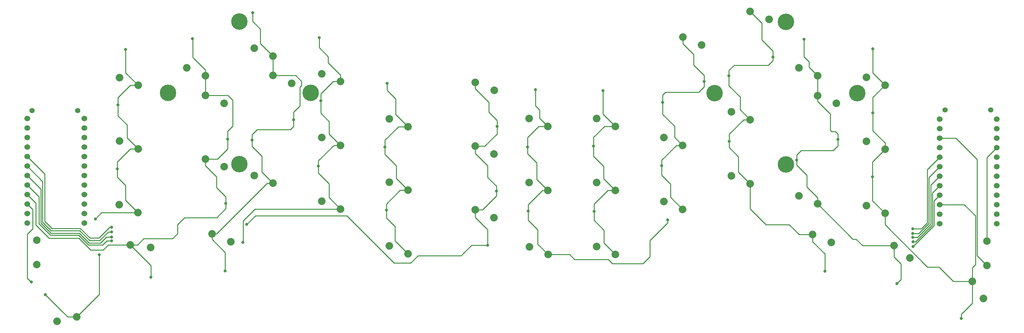
<source format=gbr>
%TF.GenerationSoftware,KiCad,Pcbnew,(6.0.5-0)*%
%TF.CreationDate,2022-07-02T18:36:44-07:00*%
%TF.ProjectId,Swept_3x6,53776570-745f-4337-9836-2e6b69636164,rev?*%
%TF.SameCoordinates,Original*%
%TF.FileFunction,Copper,L1,Top*%
%TF.FilePolarity,Positive*%
%FSLAX46Y46*%
G04 Gerber Fmt 4.6, Leading zero omitted, Abs format (unit mm)*
G04 Created by KiCad (PCBNEW (6.0.5-0)) date 2022-07-02 18:36:44*
%MOMM*%
%LPD*%
G01*
G04 APERTURE LIST*
%TA.AperFunction,ComponentPad*%
%ADD10C,1.524000*%
%TD*%
%TA.AperFunction,ComponentPad*%
%ADD11C,2.032000*%
%TD*%
%TA.AperFunction,ComponentPad*%
%ADD12C,2.000000*%
%TD*%
%TA.AperFunction,ComponentPad*%
%ADD13C,4.400000*%
%TD*%
%TA.AperFunction,ComponentPad*%
%ADD14C,1.397000*%
%TD*%
%TA.AperFunction,ViaPad*%
%ADD15C,0.800000*%
%TD*%
%TA.AperFunction,Conductor*%
%ADD16C,0.250000*%
%TD*%
G04 APERTURE END LIST*
D10*
%TO.P,U1,1,TX*%
%TO.N,unconnected-(U1-Pad1)*%
X277659800Y-49850000D03*
%TO.P,U1,2,RX*%
%TO.N,unconnected-(U1-Pad2)*%
X277659800Y-52390000D03*
%TO.P,U1,3,GND*%
%TO.N,gnd*%
X277659800Y-54930000D03*
%TO.P,U1,4,GND*%
X277659800Y-57470000D03*
%TO.P,U1,5,SDA*%
%TO.N,unconnected-(U1-Pad5)*%
X277659800Y-60010000D03*
%TO.P,U1,6,SCL*%
%TO.N,unconnected-(U1-Pad6)*%
X277659800Y-62550000D03*
%TO.P,U1,7,D4*%
%TO.N,row_0*%
X277659800Y-65090000D03*
%TO.P,U1,8,C6*%
%TO.N,row_1*%
X277659800Y-67630000D03*
%TO.P,U1,9,D7*%
%TO.N,row_2*%
X277659800Y-70170000D03*
%TO.P,U1,10,E6*%
%TO.N,row_3*%
X277659800Y-72710000D03*
%TO.P,U1,11,B4*%
%TO.N,unconnected-(U1-Pad11)*%
X277659800Y-75250000D03*
%TO.P,U1,12,B5*%
%TO.N,unconnected-(U1-Pad12)*%
X277659800Y-77790000D03*
%TO.P,U1,13,B6*%
%TO.N,unconnected-(U1-Pad13)*%
X262439800Y-77790000D03*
%TO.P,U1,14,B2*%
%TO.N,unconnected-(U1-Pad14)*%
X262439800Y-75250000D03*
%TO.P,U1,15,B3*%
%TO.N,col5*%
X262439800Y-72710000D03*
%TO.P,U1,16,B1*%
%TO.N,col4*%
X262439800Y-70170000D03*
%TO.P,U1,17,F7*%
%TO.N,col3*%
X262439800Y-67630000D03*
%TO.P,U1,18,F6*%
%TO.N,col2*%
X262439800Y-65090000D03*
%TO.P,U1,19,F5*%
%TO.N,col1*%
X262439800Y-62550000D03*
%TO.P,U1,20,F4*%
%TO.N,col0*%
X262439800Y-60010000D03*
%TO.P,U1,21,VCC*%
%TO.N,vcc*%
X262439800Y-57470000D03*
%TO.P,U1,22,RST*%
%TO.N,reset*%
X262439800Y-54930000D03*
%TO.P,U1,23,GND*%
%TO.N,gnd*%
X262439800Y-52390000D03*
%TO.P,U1,24,RAW*%
%TO.N,raw*%
X262439800Y-49850000D03*
%TD*%
D11*
%TO.P,SW16,1,1*%
%TO.N,col2*%
X193776600Y-74022800D03*
%TO.P,SW16,2,2*%
%TO.N,Net-(D14-Pad2)*%
X188776600Y-71922800D03*
%TD*%
%TO.P,SW20,1,1*%
%TO.N,col3*%
X228473000Y-80739400D03*
%TO.P,SW20,2,2*%
%TO.N,Net-(D18-Pad2)*%
X233473000Y-82839400D03*
%TD*%
%TO.P,SW15,1,1*%
%TO.N,col1*%
X175818800Y-86037000D03*
%TO.P,SW15,2,2*%
%TO.N,Net-(D13-Pad2)*%
X170818800Y-83937000D03*
%TD*%
%TO.P,SW21,1,1*%
%TO.N,col4*%
X250193032Y-83658238D03*
%TO.P,SW21,2,2*%
%TO.N,Net-(D19-Pad2)*%
X254479142Y-86980777D03*
%TD*%
%TO.P,SW17,1,1*%
%TO.N,col3*%
X211785200Y-67139400D03*
%TO.P,SW17,2,2*%
%TO.N,Net-(D15-Pad2)*%
X206785200Y-65039400D03*
%TD*%
%TO.P,SW18,1,1*%
%TO.N,col4*%
X229793800Y-72498800D03*
%TO.P,SW18,2,2*%
%TO.N,Net-(D16-Pad2)*%
X224793800Y-70398800D03*
%TD*%
%TO.P,SW4,1,1*%
%TO.N,col2*%
X193802000Y-27983600D03*
%TO.P,SW4,2,2*%
%TO.N,Net-(D2-Pad2)*%
X198802000Y-30083600D03*
%TD*%
%TO.P,SW3,1,1*%
%TO.N,col1*%
X175793400Y-51823200D03*
%TO.P,SW3,2,2*%
%TO.N,Net-(D1-Pad2)*%
X170793400Y-49723200D03*
%TD*%
%TO.P,SW9,1,1*%
%TO.N,col1*%
X175793400Y-68917400D03*
%TO.P,SW9,2,2*%
%TO.N,Net-(D7-Pad2)*%
X170793400Y-66817400D03*
%TD*%
%TO.P,SW14,1,1*%
%TO.N,col0*%
X157810200Y-86062400D03*
%TO.P,SW14,2,2*%
%TO.N,Net-(D12-Pad2)*%
X152810200Y-83962400D03*
%TD*%
%TO.P,SW12,1,1*%
%TO.N,col4*%
X229793800Y-43579200D03*
%TO.P,SW12,2,2*%
%TO.N,Net-(D10-Pad2)*%
X234793800Y-45679200D03*
%TD*%
%TO.P,SW11,1,1*%
%TO.N,col3*%
X211785200Y-50019800D03*
%TO.P,SW11,2,2*%
%TO.N,Net-(D9-Pad2)*%
X206785200Y-47919800D03*
%TD*%
%TO.P,SW8,1,1*%
%TO.N,col0*%
X157784800Y-68942800D03*
%TO.P,SW8,2,2*%
%TO.N,Net-(D6-Pad2)*%
X152784800Y-66842800D03*
%TD*%
%TO.P,SW6,1,1*%
%TO.N,col4*%
X229819200Y-38259600D03*
%TO.P,SW6,2,2*%
%TO.N,Net-(D4-Pad2)*%
X224819200Y-36159600D03*
%TD*%
%TO.P,SW5,1,1*%
%TO.N,col3*%
X211810600Y-21125600D03*
%TO.P,SW5,2,2*%
%TO.N,Net-(D3-Pad2)*%
X216810600Y-23225600D03*
%TD*%
%TO.P,SW2,1,1*%
%TO.N,col0*%
X157784800Y-51823200D03*
%TO.P,SW2,2,2*%
%TO.N,Net-(D0-Pad2)*%
X152784800Y-49723200D03*
%TD*%
D12*
%TO.P,RSW1,1,1*%
%TO.N,gnd*%
X275031200Y-82500400D03*
%TO.P,RSW1,2,2*%
%TO.N,reset*%
X275031200Y-89000400D03*
%TD*%
D11*
%TO.P,SW10,1,1*%
%TO.N,col2*%
X193776600Y-56903200D03*
%TO.P,SW10,2,2*%
%TO.N,Net-(D8-Pad2)*%
X188776600Y-54803200D03*
%TD*%
D13*
%TO.P,REF\u002A\u002A,1*%
%TO.N,N/C*%
X240352000Y-42936000D03*
X202252000Y-42936000D03*
X221302000Y-23886000D03*
X221302000Y-61986000D03*
%TD*%
D10*
%TO.P,U2,1,TX*%
%TO.N,unconnected-(U2-Pad1)*%
X33942000Y-49722800D03*
%TO.P,U2,2,RX*%
%TO.N,unconnected-(U2-Pad2)*%
X33942000Y-52262800D03*
%TO.P,U2,3,GND*%
%TO.N,gnd_r*%
X33942000Y-54802800D03*
%TO.P,U2,4,GND*%
X33942000Y-57342800D03*
%TO.P,U2,5,SDA*%
%TO.N,unconnected-(U2-Pad5)*%
X33942000Y-59882800D03*
%TO.P,U2,6,SCL*%
%TO.N,unconnected-(U2-Pad6)*%
X33942000Y-62422800D03*
%TO.P,U2,7,D4*%
%TO.N,row_0r*%
X33942000Y-64962800D03*
%TO.P,U2,8,C6*%
%TO.N,row_1r*%
X33942000Y-67502800D03*
%TO.P,U2,9,D7*%
%TO.N,row_2r*%
X33942000Y-70042800D03*
%TO.P,U2,10,E6*%
%TO.N,row_3r*%
X33942000Y-72582800D03*
%TO.P,U2,11,B4*%
%TO.N,unconnected-(U2-Pad11)*%
X33942000Y-75122800D03*
%TO.P,U2,12,B5*%
%TO.N,unconnected-(U2-Pad12)*%
X33942000Y-77662800D03*
%TO.P,U2,13,B6*%
%TO.N,unconnected-(U2-Pad13)*%
X18722000Y-77662800D03*
%TO.P,U2,14,B2*%
%TO.N,unconnected-(U2-Pad14)*%
X18722000Y-75122800D03*
%TO.P,U2,15,B3*%
%TO.N,col5r*%
X18722000Y-72582800D03*
%TO.P,U2,16,B1*%
%TO.N,col4r*%
X18722000Y-70042800D03*
%TO.P,U2,17,F7*%
%TO.N,col3r*%
X18722000Y-67502800D03*
%TO.P,U2,18,F6*%
%TO.N,col2r*%
X18722000Y-64962800D03*
%TO.P,U2,19,F5*%
%TO.N,col1r*%
X18722000Y-62422800D03*
%TO.P,U2,20,F4*%
%TO.N,col0r*%
X18722000Y-59882800D03*
%TO.P,U2,21,VCC*%
%TO.N,vcc_r*%
X18722000Y-57342800D03*
%TO.P,U2,22,RST*%
%TO.N,reset_r*%
X18722000Y-54802800D03*
%TO.P,U2,23,GND*%
%TO.N,gnd_r*%
X18722000Y-52262800D03*
%TO.P,U2,24,RAW*%
%TO.N,raw_r*%
X18722000Y-49722800D03*
%TD*%
D11*
%TO.P,SW17_r1,1,1*%
%TO.N,col3r*%
X84378800Y-67012400D03*
%TO.P,SW17_r1,2,2*%
%TO.N,Net-(Dr15-Pad2)*%
X79378800Y-64912400D03*
%TD*%
%TO.P,SW11_r1,1,1*%
%TO.N,col3r*%
X84353400Y-38219800D03*
%TO.P,SW11_r1,2,2*%
%TO.N,Net-(Dr9-Pad2)*%
X89353400Y-40319800D03*
%TD*%
%TO.P,SW15_r1,1,1*%
%TO.N,col1r*%
X120396000Y-85859200D03*
%TO.P,SW15_r1,2,2*%
%TO.N,Net-(Dr13-Pad2)*%
X115396000Y-83759200D03*
%TD*%
%TO.P,SW18_r1,1,1*%
%TO.N,col4r*%
X66344800Y-60521000D03*
%TO.P,SW18_r1,2,2*%
%TO.N,Net-(Dr16-Pad2)*%
X71344800Y-62621000D03*
%TD*%
%TO.P,SW6_r1,1,1*%
%TO.N,col4r*%
X66344800Y-38259600D03*
%TO.P,SW6_r1,2,2*%
%TO.N,Net-(Dr4-Pad2)*%
X61344800Y-36159600D03*
%TD*%
%TO.P,SW5_r1,1,1*%
%TO.N,col3r*%
X84378800Y-33001800D03*
%TO.P,SW5_r1,2,2*%
%TO.N,Net-(Dr3-Pad2)*%
X79378800Y-30901800D03*
%TD*%
%TO.P,SW2_r1,1,1*%
%TO.N,col0r*%
X138404600Y-40074000D03*
%TO.P,SW2_r1,2,2*%
%TO.N,Net-(Dr0-Pad2)*%
X143404600Y-42174000D03*
%TD*%
%TO.P,SW16_r1,1,1*%
%TO.N,col2r*%
X102412800Y-73895800D03*
%TO.P,SW16_r1,2,2*%
%TO.N,Net-(Dr14-Pad2)*%
X97412800Y-71795800D03*
%TD*%
%TO.P,SW4_r1,1,1*%
%TO.N,col2r*%
X102387400Y-39834400D03*
%TO.P,SW4_r1,2,2*%
%TO.N,Net-(Dr2-Pad2)*%
X97387400Y-37734400D03*
%TD*%
%TO.P,SW13_r1,1,1*%
%TO.N,col5r*%
X48336200Y-57843000D03*
%TO.P,SW13_r1,2,2*%
%TO.N,Net-(Dr11-Pad2)*%
X43336200Y-55743000D03*
%TD*%
%TO.P,SW12_r1,1,1*%
%TO.N,col4r*%
X66344800Y-43528400D03*
%TO.P,SW12_r1,2,2*%
%TO.N,Net-(Dr10-Pad2)*%
X71344800Y-45628400D03*
%TD*%
%TO.P,SW3_r1,1,1*%
%TO.N,col1r*%
X120396000Y-51874000D03*
%TO.P,SW3_r1,2,2*%
%TO.N,Net-(Dr1-Pad2)*%
X115396000Y-49774000D03*
%TD*%
%TO.P,SW8_r1,1,1*%
%TO.N,col0r*%
X138379200Y-57066600D03*
%TO.P,SW8_r1,2,2*%
%TO.N,Net-(Dr6-Pad2)*%
X143379200Y-59166600D03*
%TD*%
%TO.P,SW21_r1,1,1*%
%TO.N,col4r*%
X46250368Y-83455038D03*
%TO.P,SW21_r1,2,2*%
%TO.N,Net-(Dr19-Pad2)*%
X51623517Y-84189387D03*
%TD*%
%TO.P,SW9_r1,1,1*%
%TO.N,col1r*%
X120396000Y-68866600D03*
%TO.P,SW9_r1,2,2*%
%TO.N,Net-(Dr7-Pad2)*%
X115396000Y-66766600D03*
%TD*%
%TO.P,SW20_r1,1,1*%
%TO.N,col3r*%
X68072000Y-80510800D03*
%TO.P,SW20_r1,2,2*%
%TO.N,Net-(Dr18-Pad2)*%
X73072000Y-82610800D03*
%TD*%
%TO.P,SW7_r1,1,1*%
%TO.N,col5r*%
X48336200Y-40850400D03*
%TO.P,SW7_r1,2,2*%
%TO.N,Net-(Dr5-Pad2)*%
X43336200Y-38750400D03*
%TD*%
D13*
%TO.P,REF\u002A\u002A,1*%
%TO.N,N/C*%
X94407400Y-42878400D03*
X56307400Y-42878400D03*
X75357400Y-61928400D03*
X75357400Y-23828400D03*
%TD*%
D12*
%TO.P,RSW2,1,1*%
%TO.N,gnd_r*%
X21285200Y-88721000D03*
%TO.P,RSW2,2,2*%
%TO.N,reset_r*%
X21285200Y-82221000D03*
%TD*%
D11*
%TO.P,SW13,1,1*%
%TO.N,col5*%
X247827800Y-57944600D03*
%TO.P,SW13,2,2*%
%TO.N,Net-(D11-Pad2)*%
X242827800Y-55844600D03*
%TD*%
%TO.P,SW22,1,1*%
%TO.N,col5*%
X271150901Y-93211003D03*
%TO.P,SW22,2,2*%
%TO.N,Net-(D20-Pad2)*%
X274042151Y-97799104D03*
%TD*%
%TO.P,SW19,1,1*%
%TO.N,col5*%
X247827800Y-75064200D03*
%TO.P,SW19,2,2*%
%TO.N,Net-(D17-Pad2)*%
X242827800Y-72964200D03*
%TD*%
%TO.P,SW19_r1,1,1*%
%TO.N,col5r*%
X48310800Y-74861000D03*
%TO.P,SW19_r1,2,2*%
%TO.N,Net-(Dr17-Pad2)*%
X43310800Y-72761000D03*
%TD*%
D14*
%TO.P,Bat+1,1,1*%
%TO.N,BT+*%
X263855200Y-47396400D03*
%TD*%
D11*
%TO.P,SW10_r1,1,1*%
%TO.N,col2r*%
X102387400Y-56877800D03*
%TO.P,SW10_r1,2,2*%
%TO.N,Net-(Dr8-Pad2)*%
X97387400Y-54777800D03*
%TD*%
%TO.P,SW22_r1,1,1*%
%TO.N,col5r*%
X31968637Y-102744927D03*
%TO.P,SW22_r1,2,2*%
%TO.N,Net-(Dr20-Pad2)*%
X26668366Y-103892590D03*
%TD*%
D14*
%TO.P,BatGND1,1,1*%
%TO.N,gnd*%
X275996400Y-47447200D03*
%TD*%
%TO.P,Bat+r1,1,1*%
%TO.N,BT+_r*%
X20040600Y-47574200D03*
%TD*%
D11*
%TO.P,SW14_r1,1,1*%
%TO.N,col0r*%
X138379200Y-74084600D03*
%TO.P,SW14_r1,2,2*%
%TO.N,Net-(Dr12-Pad2)*%
X143379200Y-76184600D03*
%TD*%
%TO.P,SW7,1,1*%
%TO.N,col5*%
X247827800Y-40825000D03*
%TO.P,SW7,2,2*%
%TO.N,Net-(D5-Pad2)*%
X242827800Y-38725000D03*
%TD*%
D14*
%TO.P,BatGND4,1,1*%
%TO.N,gnd_r*%
X32207200Y-47625000D03*
%TD*%
D15*
%TO.N,col0*%
X189763400Y-76809600D03*
X255219200Y-79171800D03*
X154457400Y-42011600D03*
X152501600Y-74472800D03*
X152323800Y-57302400D03*
%TO.N,col1*%
X255219200Y-80483697D03*
X170103800Y-74498200D03*
X169976800Y-57073800D03*
X172516800Y-42240200D03*
%TO.N,col2*%
X255219200Y-81483200D03*
X188188600Y-62306200D03*
X188417200Y-45364400D03*
X199517000Y-39801800D03*
%TO.N,col3*%
X206121000Y-38277800D03*
X217855800Y-33274000D03*
X206171800Y-55778400D03*
X255270000Y-82651600D03*
X231724200Y-90551000D03*
%TO.N,col4*%
X226187000Y-28549600D03*
X255320800Y-83921600D03*
X235204000Y-55321200D03*
X250952000Y-93827600D03*
X224256600Y-60782200D03*
%TO.N,col5*%
X244475000Y-65303400D03*
X244576600Y-48158400D03*
X244551200Y-31064200D03*
X268198600Y-103124000D03*
%TO.N,col0r*%
X77343000Y-78028800D03*
X41275000Y-78765400D03*
X144170400Y-51866800D03*
X144018000Y-69062600D03*
X141630400Y-83540600D03*
%TO.N,col1r*%
X114249200Y-57327800D03*
X114808000Y-40335200D03*
X114655600Y-74168000D03*
X41249600Y-80010000D03*
%TO.N,col2r*%
X96494600Y-62382400D03*
X97104200Y-44983400D03*
X96723200Y-28092400D03*
X41249600Y-81356200D03*
X76327000Y-82854800D03*
%TO.N,col3r*%
X89814400Y-50063400D03*
X71602600Y-90398600D03*
X78968600Y-21463000D03*
X41249600Y-82397600D03*
X78765400Y-55448200D03*
%TO.N,col4r*%
X51790600Y-92100400D03*
X72212200Y-55194200D03*
X62865000Y-28371800D03*
X71729600Y-72440800D03*
%TO.N,col5r*%
X37973000Y-86131400D03*
X42976800Y-46075600D03*
X23571200Y-96748600D03*
X42773600Y-63169800D03*
X36906200Y-76530200D03*
X45008800Y-31267400D03*
X19837400Y-93370400D03*
%TD*%
D16*
%TO.N,gnd*%
X275031200Y-82500400D02*
X275031200Y-60098600D01*
X275031200Y-60098600D02*
X277659800Y-57470000D01*
%TO.N,reset*%
X272389600Y-60629800D02*
X272389600Y-86358800D01*
X272389600Y-86358800D02*
X275031200Y-89000400D01*
X262439800Y-54930000D02*
X266689800Y-54930000D01*
X266689800Y-54930000D02*
X272389600Y-60629800D01*
%TO.N,col0*%
X189763400Y-77546200D02*
X189763400Y-76809600D01*
X152323800Y-57302400D02*
X152323800Y-59080400D01*
X157784800Y-51823200D02*
X155313800Y-51823200D01*
X155549600Y-48437800D02*
X155549600Y-47454992D01*
X155067000Y-83319200D02*
X157810200Y-86062400D01*
X259110720Y-63339080D02*
X262439800Y-60010000D01*
X155067000Y-79425800D02*
X155067000Y-83319200D01*
X154813000Y-61569600D02*
X154813000Y-65971000D01*
X259110720Y-77540162D02*
X259110720Y-63339080D01*
X157784800Y-51823200D02*
X155549600Y-49588000D01*
X175056800Y-88493600D02*
X183184800Y-88493600D01*
X163557800Y-86062400D02*
X164872911Y-87377511D01*
X183184800Y-88493600D02*
X185013600Y-86664800D01*
X155313800Y-51823200D02*
X152323800Y-54813200D01*
X152501600Y-76860400D02*
X155067000Y-79425800D01*
X154813000Y-65971000D02*
X157784800Y-68942800D01*
X185013600Y-82296000D02*
X189763400Y-77546200D01*
X152323800Y-59080400D02*
X154813000Y-61569600D01*
X157810200Y-86062400D02*
X163557800Y-86062400D01*
X152323800Y-54813200D02*
X152323800Y-57302400D01*
X255219200Y-79171800D02*
X257479082Y-79171800D01*
X152501600Y-72745600D02*
X152501600Y-74472800D01*
X155549600Y-49588000D02*
X155549600Y-48437800D01*
X257479082Y-79171800D02*
X259110720Y-77540162D01*
X173940711Y-87377511D02*
X175056800Y-88493600D01*
X154457400Y-46362792D02*
X154457400Y-42011600D01*
X155549600Y-47454992D02*
X154457400Y-46362792D01*
X156304400Y-68942800D02*
X152501600Y-72745600D01*
X164872911Y-87377511D02*
X173940711Y-87377511D01*
X157784800Y-68942800D02*
X156304400Y-68942800D01*
X152501600Y-74472800D02*
X152501600Y-76860400D01*
X185013600Y-86664800D02*
X185013600Y-82296000D01*
%TO.N,col1*%
X169976800Y-57073800D02*
X169976800Y-54711600D01*
X169976800Y-59817000D02*
X169976800Y-57073800D01*
X172865200Y-51823200D02*
X175793400Y-51823200D01*
X172770800Y-79578200D02*
X170103800Y-76911200D01*
X173779600Y-68917400D02*
X175793400Y-68917400D01*
X256802903Y-80483697D02*
X259560240Y-77726360D01*
X175793400Y-68917400D02*
X172669200Y-65793200D01*
X175818800Y-86037000D02*
X172770800Y-82989000D01*
X170103800Y-76911200D02*
X170103800Y-74498200D01*
X170103800Y-72593200D02*
X173779600Y-68917400D01*
X255219200Y-80483697D02*
X256802903Y-80483697D01*
X259560240Y-77726360D02*
X259560240Y-65429560D01*
X175793400Y-51823200D02*
X172516800Y-48546600D01*
X172669200Y-65793200D02*
X172669200Y-62509400D01*
X169976800Y-54711600D02*
X172865200Y-51823200D01*
X259560240Y-65429560D02*
X262439800Y-62550000D01*
X172770800Y-82989000D02*
X172770800Y-79578200D01*
X172516800Y-48546600D02*
X172516800Y-42240200D01*
X172669200Y-62509400D02*
X169976800Y-59817000D01*
X170103800Y-74498200D02*
X170103800Y-72593200D01*
%TO.N,col2*%
X189153800Y-42697400D02*
X198043800Y-42697400D01*
X196723000Y-35407600D02*
X196723000Y-32639000D01*
X192093000Y-56903200D02*
X193776600Y-56903200D01*
X188417200Y-43434000D02*
X189153800Y-42697400D01*
X193776600Y-56903200D02*
X191592200Y-54718800D01*
X188188600Y-62306200D02*
X188188600Y-60807600D01*
X260009760Y-67520040D02*
X262439800Y-65090000D01*
X188417200Y-45364400D02*
X188417200Y-43434000D01*
X193776600Y-74022800D02*
X190500000Y-70746200D01*
X196723000Y-32639000D02*
X193802000Y-29718000D01*
X199517000Y-38201600D02*
X196723000Y-35407600D01*
X199517000Y-39801800D02*
X199517000Y-38201600D01*
X256463082Y-81483200D02*
X260009760Y-77936522D01*
X190500000Y-70746200D02*
X190500000Y-67208400D01*
X260009760Y-77936522D02*
X260009760Y-67520040D01*
X193802000Y-29718000D02*
X193802000Y-27983600D01*
X188417200Y-48590200D02*
X188417200Y-45364400D01*
X188188600Y-64897000D02*
X188188600Y-62306200D01*
X191592200Y-51765200D02*
X188417200Y-48590200D01*
X188188600Y-60807600D02*
X192093000Y-56903200D01*
X199517000Y-41224200D02*
X199517000Y-39801800D01*
X191592200Y-54718800D02*
X191592200Y-51765200D01*
X190500000Y-67208400D02*
X188188600Y-64897000D01*
X255219200Y-81483200D02*
X256463082Y-81483200D01*
X198043800Y-42697400D02*
X199517000Y-41224200D01*
%TO.N,col3*%
X209143600Y-47378200D02*
X209143600Y-43992800D01*
X228473000Y-82651600D02*
X231724200Y-85902800D01*
X255270000Y-82651600D02*
X255930400Y-82651600D01*
X216611200Y-35458400D02*
X217855800Y-34213800D01*
X260459280Y-69610520D02*
X262439800Y-67630000D01*
X217855800Y-31648400D02*
X214909400Y-28702000D01*
X260459280Y-78122720D02*
X260459280Y-69610520D01*
X214909400Y-28702000D02*
X214909400Y-24224400D01*
X206121000Y-40970200D02*
X206121000Y-38277800D01*
X231724200Y-85902800D02*
X231724200Y-90551000D01*
X217855800Y-33274000D02*
X217855800Y-31648400D01*
X206171800Y-57454800D02*
X206171800Y-55778400D01*
X208635600Y-63989800D02*
X208635600Y-59918600D01*
X217855800Y-34213800D02*
X217855800Y-33274000D01*
X222173800Y-78054200D02*
X224859000Y-80739400D01*
X224859000Y-80739400D02*
X228473000Y-80739400D01*
X211785200Y-67139400D02*
X208635600Y-63989800D01*
X210050800Y-50019800D02*
X211785200Y-50019800D01*
X255930400Y-82651600D02*
X260459280Y-78122720D01*
X211785200Y-67139400D02*
X211785200Y-73837800D01*
X211785200Y-73837800D02*
X216001600Y-78054200D01*
X206171800Y-55778400D02*
X206171800Y-53898800D01*
X216001600Y-78054200D02*
X222173800Y-78054200D01*
X211785200Y-50019800D02*
X209143600Y-47378200D01*
X206171800Y-53898800D02*
X210050800Y-50019800D01*
X208635600Y-59918600D02*
X206171800Y-57454800D01*
X228473000Y-80739400D02*
X228473000Y-82651600D01*
X214909400Y-24224400D02*
X211810600Y-21125600D01*
X206121000Y-36880800D02*
X207543400Y-35458400D01*
X209143600Y-43992800D02*
X206121000Y-40970200D01*
X206121000Y-38277800D02*
X206121000Y-36880800D01*
X207543400Y-35458400D02*
X216611200Y-35458400D01*
%TO.N,col4*%
X250193032Y-83658238D02*
X250193032Y-86693232D01*
X235204000Y-55321200D02*
X235204000Y-56997600D01*
X225425000Y-58242200D02*
X224256600Y-59410600D01*
X224256600Y-60782200D02*
X224256600Y-62179200D01*
X233959400Y-58242200D02*
X225425000Y-58242200D01*
X239235400Y-81940400D02*
X240080800Y-81940400D01*
X229793800Y-43579200D02*
X229793800Y-45135800D01*
X229793800Y-45135800D02*
X233197400Y-48539400D01*
X250193032Y-86693232D02*
X252069600Y-88569800D01*
X229819200Y-38259600D02*
X227558600Y-35999000D01*
X226187000Y-33197800D02*
X226187000Y-28549600D01*
X229793800Y-72498800D02*
X239235400Y-81940400D01*
X235204000Y-53848000D02*
X235204000Y-55321200D01*
X240080800Y-81940400D02*
X241798638Y-83658238D01*
X227558600Y-35382200D02*
X227558600Y-34569400D01*
X234518200Y-53162200D02*
X235204000Y-53848000D01*
X229793800Y-70840600D02*
X229793800Y-72498800D01*
X233197400Y-52832000D02*
X233527600Y-53162200D01*
X233197400Y-48539400D02*
X233197400Y-52832000D01*
X241798638Y-83658238D02*
X250193032Y-83658238D01*
X260908800Y-78333600D02*
X260908800Y-71701000D01*
X226237800Y-33248600D02*
X226187000Y-33197800D01*
X224256600Y-59410600D02*
X224256600Y-60782200D01*
X255320800Y-83921600D02*
X260908800Y-78333600D01*
X229819200Y-43553800D02*
X229793800Y-43579200D01*
X227558600Y-34569400D02*
X226237800Y-33248600D01*
X224256600Y-62179200D02*
X226923600Y-64846200D01*
X260908800Y-71701000D02*
X262439800Y-70170000D01*
X252069600Y-92710000D02*
X250952000Y-93827600D01*
X252069600Y-88569800D02*
X252069600Y-92710000D01*
X229819200Y-38259600D02*
X229819200Y-43553800D01*
X235204000Y-56997600D02*
X233959400Y-58242200D01*
X226923600Y-67970400D02*
X229793800Y-70840600D01*
X226923600Y-64846200D02*
X226923600Y-67970400D01*
X227558600Y-35999000D02*
X227558600Y-35382200D01*
X233527600Y-53162200D02*
X234518200Y-53162200D01*
%TO.N,col5*%
X247827800Y-56235600D02*
X247827800Y-57944600D01*
X247827800Y-40825000D02*
X244551200Y-37548400D01*
X247827800Y-40825000D02*
X244576600Y-44076200D01*
X244576600Y-48158400D02*
X244576600Y-52984400D01*
X271940080Y-75717400D02*
X271940080Y-88765320D01*
X247827800Y-57944600D02*
X244475000Y-61297400D01*
X244551200Y-36271200D02*
X244551200Y-31064200D01*
X247827800Y-78105000D02*
X259130800Y-89408000D01*
X259130800Y-89408000D02*
X262204200Y-89408000D01*
X271940080Y-88765320D02*
X271150901Y-89554499D01*
X262439800Y-72710000D02*
X268932680Y-72710000D01*
X266007203Y-93211003D02*
X271150901Y-93211003D01*
X247827800Y-75064200D02*
X247827800Y-78105000D01*
X271150901Y-89554499D02*
X271150901Y-93211003D01*
X244576600Y-44076200D02*
X244576600Y-48158400D01*
X269036800Y-101168200D02*
X268198600Y-102006400D01*
X244475000Y-65303400D02*
X244475000Y-71711400D01*
X244475000Y-71711400D02*
X247827800Y-75064200D01*
X271150901Y-99054099D02*
X269036800Y-101168200D01*
X268198600Y-102006400D02*
X268198600Y-103124000D01*
X271150901Y-93211003D02*
X271150901Y-99054099D01*
X244551200Y-37548400D02*
X244551200Y-36271200D01*
X244576600Y-52984400D02*
X247827800Y-56235600D01*
X268932680Y-72710000D02*
X271940080Y-75717400D01*
X262204200Y-89408000D02*
X266007203Y-93211003D01*
X244475000Y-61297400D02*
X244475000Y-65303400D01*
%TO.N,col0r*%
X141706600Y-62331600D02*
X141706600Y-65455800D01*
X138379200Y-74084600D02*
X138379200Y-76098400D01*
X140926400Y-57066600D02*
X138379200Y-57066600D01*
X138379200Y-59004200D02*
X141706600Y-62331600D01*
X141630400Y-79349600D02*
X141630400Y-83540600D01*
X25298400Y-79070200D02*
X23368000Y-77139800D01*
X138404600Y-40074000D02*
X138404600Y-41757600D01*
X123113800Y-86360000D02*
X121132600Y-88341200D01*
X141706600Y-65455800D02*
X144018000Y-67767200D01*
X144170400Y-50190400D02*
X144170400Y-51866800D01*
X144018000Y-67767200D02*
X144018000Y-69062600D01*
X144170400Y-51866800D02*
X144170400Y-53822600D01*
X140342200Y-74084600D02*
X138379200Y-74084600D01*
X141351000Y-79070200D02*
X141630400Y-79349600D01*
X35458400Y-81661000D02*
X32867600Y-79070200D01*
X141630400Y-83540600D02*
X137439400Y-83540600D01*
X23368000Y-64528800D02*
X18722000Y-59882800D01*
X138379200Y-76098400D02*
X141351000Y-79070200D01*
X32867600Y-79070200D02*
X25298400Y-79070200D01*
X142011400Y-48031400D02*
X144170400Y-50190400D01*
X116662200Y-88341200D02*
X110159800Y-81838800D01*
X144018000Y-70408800D02*
X140342200Y-74084600D01*
X134620000Y-86360000D02*
X123723400Y-86360000D01*
X82880200Y-75717400D02*
X79654400Y-75717400D01*
X135255000Y-85725000D02*
X134620000Y-86360000D01*
X104038400Y-75717400D02*
X82880200Y-75717400D01*
X121132600Y-88341200D02*
X116662200Y-88341200D01*
X40767000Y-78765400D02*
X37871400Y-81661000D01*
X138404600Y-41757600D02*
X142011400Y-45364400D01*
X144170400Y-53822600D02*
X140926400Y-57066600D01*
X110159800Y-81838800D02*
X104038400Y-75717400D01*
X137439400Y-83540600D02*
X135255000Y-85725000D01*
X41275000Y-78765400D02*
X40767000Y-78765400D01*
X142011400Y-45364400D02*
X142011400Y-48031400D01*
X138379200Y-57066600D02*
X138379200Y-59004200D01*
X123723400Y-86360000D02*
X123113800Y-86360000D01*
X23368000Y-77139800D02*
X23368000Y-64528800D01*
X37871400Y-81661000D02*
X35458400Y-81661000D01*
X144018000Y-69062600D02*
X144018000Y-70408800D01*
X79654400Y-75717400D02*
X77343000Y-78028800D01*
%TO.N,col1r*%
X114249200Y-57327800D02*
X114249200Y-59283600D01*
X114655600Y-72542400D02*
X114655600Y-74168000D01*
X114249200Y-59283600D02*
X117271800Y-62306200D01*
X38074600Y-82346800D02*
X35382200Y-82346800D01*
X117119400Y-44475400D02*
X115011200Y-42367200D01*
X22834600Y-66535400D02*
X18722000Y-62422800D01*
X22834600Y-77419200D02*
X22834600Y-66535400D01*
X118331400Y-68866600D02*
X114655600Y-72542400D01*
X117271800Y-65742400D02*
X120396000Y-68866600D01*
X120396000Y-51874000D02*
X117119400Y-48597400D01*
X114249200Y-55499000D02*
X114249200Y-57327800D01*
X114808000Y-42164000D02*
X114808000Y-40335200D01*
X116941600Y-78613000D02*
X116941600Y-82404800D01*
X117874200Y-51874000D02*
X114249200Y-55499000D01*
X41249600Y-80010000D02*
X40411400Y-80010000D01*
X117271800Y-62306200D02*
X117271800Y-65742400D01*
X120396000Y-51874000D02*
X117874200Y-51874000D01*
X32740600Y-79705200D02*
X25120600Y-79705200D01*
X116941600Y-82404800D02*
X120396000Y-85859200D01*
X117119400Y-48597400D02*
X117119400Y-47269400D01*
X115011200Y-42367200D02*
X114808000Y-42164000D01*
X25120600Y-79705200D02*
X22834600Y-77419200D01*
X35382200Y-82346800D02*
X32740600Y-79705200D01*
X117119400Y-47269400D02*
X117119400Y-44475400D01*
X40411400Y-80010000D02*
X38074600Y-82346800D01*
X114655600Y-76327000D02*
X116941600Y-78613000D01*
X114655600Y-74168000D02*
X114655600Y-76327000D01*
X120396000Y-68866600D02*
X118331400Y-68866600D01*
%TO.N,col2r*%
X99085400Y-33197800D02*
X96672400Y-30784800D01*
X96494600Y-60960000D02*
X96494600Y-62382400D01*
X96494600Y-62382400D02*
X96494600Y-64312800D01*
X96494600Y-64312800D02*
X99339400Y-67157600D01*
X102387400Y-38150800D02*
X99085400Y-34848800D01*
X76352400Y-82829400D02*
X76352400Y-77089000D01*
X76352400Y-77089000D02*
X79545600Y-73895800D01*
X102387400Y-39834400D02*
X102387400Y-38150800D01*
X100399000Y-39834400D02*
X97104200Y-43129200D01*
X99339400Y-67157600D02*
X99339400Y-70822400D01*
X39928800Y-81356200D02*
X38277800Y-83007200D01*
X97104200Y-43129200D02*
X97104200Y-44983400D01*
X102387400Y-56877800D02*
X100576800Y-56877800D01*
X97104200Y-44983400D02*
X97104200Y-48310800D01*
X32613600Y-80340200D02*
X25044400Y-80340200D01*
X99364800Y-50571400D02*
X99364800Y-53855200D01*
X25044400Y-80340200D02*
X22377400Y-77673200D01*
X38277800Y-83007200D02*
X35280600Y-83007200D01*
X35280600Y-83007200D02*
X32613600Y-80340200D01*
X99364800Y-53855200D02*
X102387400Y-56877800D01*
X100576800Y-56877800D02*
X96494600Y-60960000D01*
X97104200Y-48310800D02*
X99364800Y-50571400D01*
X96672400Y-30784800D02*
X96672400Y-28143200D01*
X102387400Y-39834400D02*
X100399000Y-39834400D01*
X41249600Y-81356200D02*
X39928800Y-81356200D01*
X99339400Y-70822400D02*
X102412800Y-73895800D01*
X79545600Y-73895800D02*
X102412800Y-73895800D01*
X96672400Y-28143200D02*
X96723200Y-28092400D01*
X76327000Y-82854800D02*
X76352400Y-82829400D01*
X99085400Y-34848800D02*
X99085400Y-33197800D01*
X22377400Y-77673200D02*
X22377400Y-68618200D01*
X22377400Y-68618200D02*
X18722000Y-64962800D01*
%TO.N,col3r*%
X69298400Y-80510800D02*
X68072000Y-80510800D01*
X81356200Y-59766200D02*
X81356200Y-63989800D01*
X32486600Y-80873600D02*
X24892000Y-80873600D01*
X38853599Y-83489800D02*
X35102800Y-83489800D01*
X81000600Y-29623600D02*
X81000600Y-28194000D01*
X39945799Y-82397600D02*
X38853599Y-83489800D01*
X90416800Y-38219800D02*
X91973400Y-39776400D01*
X89814400Y-48031400D02*
X89814400Y-50063400D01*
X78765400Y-54000400D02*
X78765400Y-55448200D01*
X24892000Y-80873600D02*
X21869400Y-77851000D01*
X78765400Y-57175400D02*
X81356200Y-59766200D01*
X91973400Y-39776400D02*
X91973400Y-40868600D01*
X21869400Y-77851000D02*
X21869400Y-70650200D01*
X68072000Y-81965800D02*
X71602600Y-85496400D01*
X71602600Y-85496400D02*
X71602600Y-90398600D01*
X35102800Y-83489800D02*
X32486600Y-80873600D01*
X89814400Y-50063400D02*
X89814400Y-51841400D01*
X41249600Y-82397600D02*
X39945799Y-82397600D01*
X84378800Y-67012400D02*
X82796800Y-67012400D01*
X79070200Y-23901400D02*
X78968600Y-23799800D01*
X81000600Y-25831800D02*
X79070200Y-23901400D01*
X84353400Y-38219800D02*
X90416800Y-38219800D01*
X91541600Y-46304200D02*
X89814400Y-48031400D01*
X78765400Y-55448200D02*
X78765400Y-57175400D01*
X81356200Y-63989800D02*
X84378800Y-67012400D01*
X84378800Y-33001800D02*
X81000600Y-29623600D01*
X81000600Y-28194000D02*
X81000600Y-25831800D01*
X82796800Y-67012400D02*
X69298400Y-80510800D01*
X89814400Y-51841400D02*
X89001600Y-52654200D01*
X84378800Y-38194400D02*
X84353400Y-38219800D01*
X84378800Y-33001800D02*
X84378800Y-38194400D01*
X91973400Y-40868600D02*
X91541600Y-41300400D01*
X21869400Y-70650200D02*
X18722000Y-67502800D01*
X89001600Y-52654200D02*
X80111600Y-52654200D01*
X91541600Y-41300400D02*
X91541600Y-46304200D01*
X68072000Y-80510800D02*
X68072000Y-81965800D01*
X78968600Y-23799800D02*
X78968600Y-21463000D01*
X80111600Y-52654200D02*
X78765400Y-54000400D01*
%TO.N,col4r*%
X72212200Y-55194200D02*
X72212200Y-57810400D01*
X72212200Y-57810400D02*
X69501600Y-60521000D01*
X46250368Y-83455038D02*
X51790600Y-88995270D01*
X66344800Y-36779200D02*
X63068200Y-33502600D01*
X21005800Y-72326600D02*
X18722000Y-70042800D01*
X72212200Y-53136800D02*
X72212200Y-55194200D01*
X71729600Y-72440800D02*
X71729600Y-73787000D01*
X24561800Y-81737200D02*
X21005800Y-78181200D01*
X66344800Y-38259600D02*
X66344800Y-36779200D01*
X60731400Y-76174600D02*
X58826400Y-78079600D01*
X57531000Y-81838800D02*
X49834800Y-81838800D01*
X69342000Y-76174600D02*
X60731400Y-76174600D01*
X48218562Y-83455038D02*
X46250368Y-83455038D01*
X66344800Y-62306200D02*
X69291200Y-65252600D01*
X69291200Y-68148200D02*
X71729600Y-70586600D01*
X38989000Y-84861400D02*
X35636200Y-84861400D01*
X71729600Y-70586600D02*
X71729600Y-72440800D01*
X73609200Y-51739800D02*
X72212200Y-53136800D01*
X63068200Y-33502600D02*
X62890400Y-33324800D01*
X58826400Y-78079600D02*
X58826400Y-80543400D01*
X32512000Y-81737200D02*
X24561800Y-81737200D01*
X62890400Y-30226000D02*
X62890400Y-28397200D01*
X69291200Y-65252600D02*
X69291200Y-68148200D01*
X66344800Y-38259600D02*
X66344800Y-43528400D01*
X62890400Y-28397200D02*
X62865000Y-28371800D01*
X58826400Y-80543400D02*
X57531000Y-81838800D01*
X73609200Y-44831000D02*
X73609200Y-51739800D01*
X62890400Y-33324800D02*
X62890400Y-30226000D01*
X72306600Y-43528400D02*
X73609200Y-44831000D01*
X69501600Y-60521000D02*
X66344800Y-60521000D01*
X46250368Y-83455038D02*
X40395362Y-83455038D01*
X66344800Y-43528400D02*
X72306600Y-43528400D01*
X40395362Y-83455038D02*
X38989000Y-84861400D01*
X35636200Y-84861400D02*
X32512000Y-81737200D01*
X49834800Y-81838800D02*
X48218562Y-83455038D01*
X51790600Y-88995270D02*
X51790600Y-92100400D01*
X21005800Y-78181200D02*
X21005800Y-72326600D01*
X66344800Y-60521000D02*
X66344800Y-62306200D01*
X71729600Y-73787000D02*
X69342000Y-76174600D01*
%TO.N,col5r*%
X19837400Y-93370400D02*
X19761200Y-93370400D01*
X28067000Y-101244400D02*
X23571200Y-96748600D01*
X45364400Y-51409600D02*
X45364400Y-54871200D01*
X44983400Y-37497600D02*
X44983400Y-36322000D01*
X46271600Y-57843000D02*
X42773600Y-61341000D01*
X48336200Y-40850400D02*
X44983400Y-37497600D01*
X44983400Y-31292800D02*
X45008800Y-31267400D01*
X42773600Y-63169800D02*
X42773600Y-65354200D01*
X44983400Y-36322000D02*
X44983400Y-31292800D01*
X37973000Y-86131400D02*
X37973000Y-96740564D01*
X20167600Y-79197200D02*
X20167600Y-74028400D01*
X18770600Y-92379800D02*
X18770600Y-80594200D01*
X42773600Y-61341000D02*
X42773600Y-63169800D01*
X19761200Y-93370400D02*
X18770600Y-92379800D01*
X48336200Y-40850400D02*
X46220800Y-40850400D01*
X18770600Y-80594200D02*
X20167600Y-79197200D01*
X38575400Y-74861000D02*
X36906200Y-76530200D01*
X45008800Y-71559000D02*
X48310800Y-74861000D01*
X42976800Y-49022000D02*
X45364400Y-51409600D01*
X48336200Y-57843000D02*
X46271600Y-57843000D01*
X48310800Y-74861000D02*
X38575400Y-74861000D01*
X46220800Y-40850400D02*
X42976800Y-44094400D01*
X31968637Y-102744927D02*
X29567527Y-102744927D01*
X42773600Y-65354200D02*
X45008800Y-67589400D01*
X45364400Y-54871200D02*
X48336200Y-57843000D01*
X37973000Y-96740564D02*
X31968637Y-102744927D01*
X45008800Y-67589400D02*
X45008800Y-71559000D01*
X29567527Y-102744927D02*
X28067000Y-101244400D01*
X42976800Y-44094400D02*
X42976800Y-46075600D01*
X42976800Y-46075600D02*
X42976800Y-49022000D01*
X20167600Y-74028400D02*
X18722000Y-72582800D01*
%TD*%
M02*

</source>
